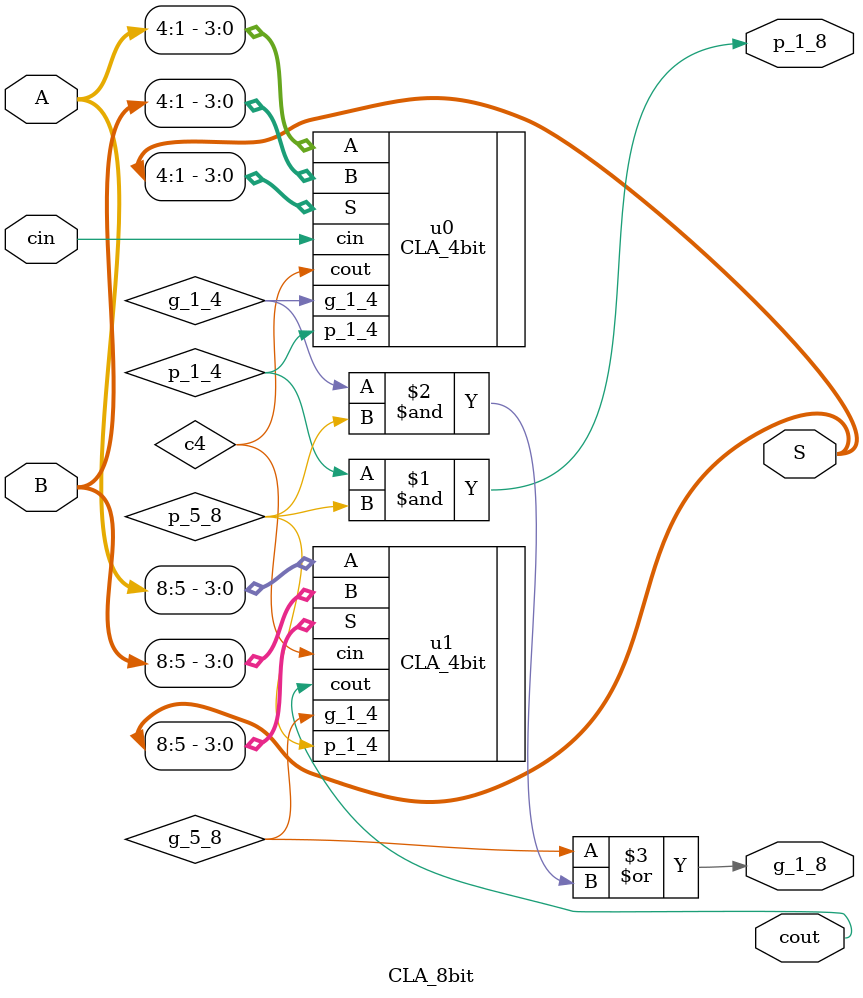
<source format=v>
module CLA_8bit #(
    parameter width=8
)(
    input wire [width:1] A,
    input wire [width:1] B,
    input wire cin,
    output wire [width:1] S,
    output wire cout,
    output wire p_1_8,
    output wire g_1_8
);

    wire c4;
    wire p_1_4, g_1_4;
    wire p_5_8, g_5_8;

    CLA_4bit #(.width(4)) u0 (
        .A(A[4:1]),
        .B(B[4:1]),
        .cin(cin),
        .S(S[4:1]),
        .cout(c4),
        .p_1_4(p_1_4),
        .g_1_4(g_1_4)
    );
    CLA_4bit #(.width(4)) u1 (
        .A(A[8:5]),
        .B(B[8:5]),
        .cin(c4),
        .S(S[8:5]),
        .cout(cout),
        .p_1_4(p_5_8),
        .g_1_4(g_5_8)
    );
    assign p_1_8 = p_1_4 & p_5_8;
    assign g_1_8 = g_5_8|(g_1_4&p_5_8);
endmodule

</source>
